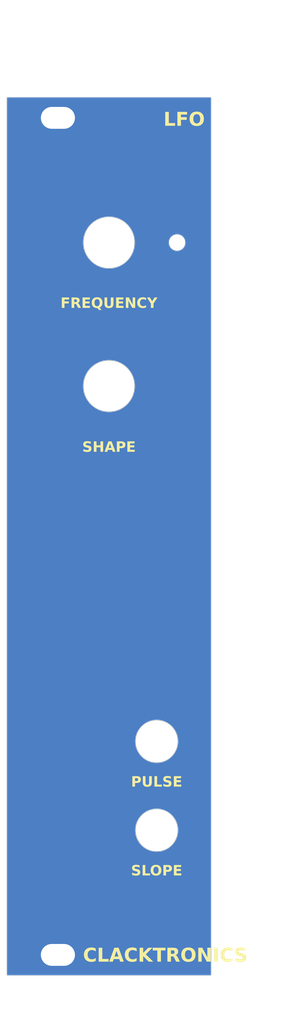
<source format=kicad_pcb>
(kicad_pcb (version 20240108) (generator "pcbnew") (generator_version "8.0")
  (layers (0 "F.Cu" signal) (31 "B.Cu" signal) (34 "B.Paste" user) (35 "F.Paste" user) (36 "B.SilkS" user "B.Silkscreen") (37 "F.SilkS" user "F.Silkscreen") (38 "B.Mask" user) (39 "F.Mask" user) (44 "Edge.Cuts" user))
  (net 0 "")
  (net 1 "GND")
  (footprint "BYOM_General:plated_rack_hole" (layer "F.Cu") (at 123.5 152.25)
    (property "Reference" "H2" (hide yes))
    (property "Value" "MountingHole_Pad")
    (pad "1" thru_hole oval (at 0 0) (size 6 4.2) (drill oval 5 3.2) (layers "*.Cu" "*.Mask") (net 1 "GND"))
  )
  (footprint "BYOM_General:plated_rack_hole" (layer "F.Cu") (at 123.5 29.75)
    (property "Reference" "H1" (hide yes))
    (property "Value" "MountingHole_Pad")
    (pad "1" thru_hole oval (at 0 0) (size 6 4.2) (drill oval 5 3.2) (layers "*.Cu" "*.Mask") (net 1 "GND"))
  )
  (gr_circle (center 138 121) (end 141.1 121) (stroke (width 0.1)) (fill none) (layer "Edge.Cuts"))
  (gr_circle (center 138 134) (end 141.1 134) (stroke (width 0.1)) (fill none) (layer "Edge.Cuts"))
  (gr_line (start 116 26.75) (end 146 26.75) (stroke (width 0.05)) (layer "Edge.Cuts"))
  (gr_line (start 146 155.25) (end 116 155.25) (stroke (width 0.05)) (layer "Edge.Cuts"))
  (gr_line (start 116 155.25) (end 116 26.75) (stroke (width 0.05)) (layer "Edge.Cuts"))
  (gr_line (start 146 26.75) (end 146 155.25) (stroke (width 0.05)) (layer "Edge.Cuts"))
  (gr_circle (center 131 69) (end 134.75 69) (stroke (width 0.1)) (fill none) (layer "Edge.Cuts"))
  (gr_circle (center 131 48) (end 134.75 48) (stroke (width 0.1)) (fill none) (layer "Edge.Cuts"))
  (gr_circle (center 141 48) (end 142.2 48) (stroke (width 0.05)) (fill none) (layer "Edge.Cuts"))
  (gr_text "SLOPE" (at 138 140 0) (layer "F.SilkS") (effects (font (size 1.5 1.5) (thickness 0.15) (bold yes))))
  (gr_text "PULSE" (at 138 127 0) (layer "F.SilkS") (effects (font (size 1.5 1.5) (thickness 0.15) (bold yes))))
  (gr_text "FREQUENCY" (at 130.99 56.94 0) (layer "F.SilkS") (effects (font (size 1.5 1.5) (thickness 0.15) (bold yes))))
  (gr_text "CLACKTRONICS" (at 127.18 153.58 0) (layer "F.SilkS") (effects (font (size 2 2) (thickness 0.2) (bold yes)) (justify left bottom)))
  (gr_text "SHAPE" (at 131 78 0) (layer "F.SilkS") (effects (font (size 1.5 1.5) (thickness 0.15) (bold yes))))
  (gr_text "LFO" (at 139 31.25 0) (layer "F.SilkS") (effects (font (size 2 2) (thickness 0.3) (bold yes)) (justify left bottom)))
  (zone (net 1) (net_name "GND") (layers "F&B.Cu") (connect_pads yes (clearance 0.508)) (min_thickness 0.25) (fill yes (thermal_gap 0.5) (thermal_bridge_width 0.5) (island_removal_mode 1) (island_area_min 10))
    (polygon (pts (xy 115 26) (xy 115.5 155.5) (xy 146.5 155.5) (xy 146.5 26)))
  )
)
</source>
